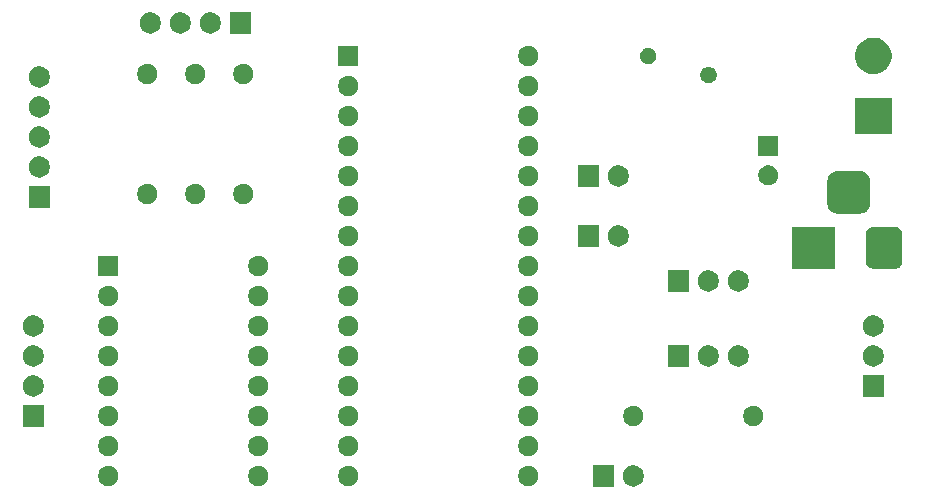
<source format=gbr>
G04 #@! TF.GenerationSoftware,KiCad,Pcbnew,5.1.5+dfsg1-2build2*
G04 #@! TF.CreationDate,2020-11-19T11:24:52+00:00*
G04 #@! TF.ProjectId,PIDController,50494443-6f6e-4747-926f-6c6c65722e6b,rev?*
G04 #@! TF.SameCoordinates,Original*
G04 #@! TF.FileFunction,Soldermask,Bot*
G04 #@! TF.FilePolarity,Negative*
%FSLAX46Y46*%
G04 Gerber Fmt 4.6, Leading zero omitted, Abs format (unit mm)*
G04 Created by KiCad (PCBNEW 5.1.5+dfsg1-2build2) date 2020-11-19 11:24:52*
%MOMM*%
%LPD*%
G04 APERTURE LIST*
%ADD10C,0.100000*%
G04 APERTURE END LIST*
D10*
G36*
X128383512Y-127373927D02*
G01*
X128532812Y-127403624D01*
X128696784Y-127471544D01*
X128844354Y-127570147D01*
X128969853Y-127695646D01*
X129068456Y-127843216D01*
X129136376Y-128007188D01*
X129171000Y-128181259D01*
X129171000Y-128358741D01*
X129136376Y-128532812D01*
X129068456Y-128696784D01*
X128969853Y-128844354D01*
X128844354Y-128969853D01*
X128696784Y-129068456D01*
X128532812Y-129136376D01*
X128383512Y-129166073D01*
X128358742Y-129171000D01*
X128181258Y-129171000D01*
X128156488Y-129166073D01*
X128007188Y-129136376D01*
X127843216Y-129068456D01*
X127695646Y-128969853D01*
X127570147Y-128844354D01*
X127471544Y-128696784D01*
X127403624Y-128532812D01*
X127369000Y-128358741D01*
X127369000Y-128181259D01*
X127403624Y-128007188D01*
X127471544Y-127843216D01*
X127570147Y-127695646D01*
X127695646Y-127570147D01*
X127843216Y-127471544D01*
X128007188Y-127403624D01*
X128156488Y-127373927D01*
X128181258Y-127369000D01*
X128358742Y-127369000D01*
X128383512Y-127373927D01*
G37*
G36*
X126631000Y-129171000D02*
G01*
X124829000Y-129171000D01*
X124829000Y-127369000D01*
X126631000Y-127369000D01*
X126631000Y-129171000D01*
G37*
G36*
X119628228Y-127451703D02*
G01*
X119783100Y-127515853D01*
X119922481Y-127608985D01*
X120041015Y-127727519D01*
X120134147Y-127866900D01*
X120198297Y-128021772D01*
X120231000Y-128186184D01*
X120231000Y-128353816D01*
X120198297Y-128518228D01*
X120134147Y-128673100D01*
X120041015Y-128812481D01*
X119922481Y-128931015D01*
X119783100Y-129024147D01*
X119628228Y-129088297D01*
X119463816Y-129121000D01*
X119296184Y-129121000D01*
X119131772Y-129088297D01*
X118976900Y-129024147D01*
X118837519Y-128931015D01*
X118718985Y-128812481D01*
X118625853Y-128673100D01*
X118561703Y-128518228D01*
X118529000Y-128353816D01*
X118529000Y-128186184D01*
X118561703Y-128021772D01*
X118625853Y-127866900D01*
X118718985Y-127727519D01*
X118837519Y-127608985D01*
X118976900Y-127515853D01*
X119131772Y-127451703D01*
X119296184Y-127419000D01*
X119463816Y-127419000D01*
X119628228Y-127451703D01*
G37*
G36*
X104388228Y-127451703D02*
G01*
X104543100Y-127515853D01*
X104682481Y-127608985D01*
X104801015Y-127727519D01*
X104894147Y-127866900D01*
X104958297Y-128021772D01*
X104991000Y-128186184D01*
X104991000Y-128353816D01*
X104958297Y-128518228D01*
X104894147Y-128673100D01*
X104801015Y-128812481D01*
X104682481Y-128931015D01*
X104543100Y-129024147D01*
X104388228Y-129088297D01*
X104223816Y-129121000D01*
X104056184Y-129121000D01*
X103891772Y-129088297D01*
X103736900Y-129024147D01*
X103597519Y-128931015D01*
X103478985Y-128812481D01*
X103385853Y-128673100D01*
X103321703Y-128518228D01*
X103289000Y-128353816D01*
X103289000Y-128186184D01*
X103321703Y-128021772D01*
X103385853Y-127866900D01*
X103478985Y-127727519D01*
X103597519Y-127608985D01*
X103736900Y-127515853D01*
X103891772Y-127451703D01*
X104056184Y-127419000D01*
X104223816Y-127419000D01*
X104388228Y-127451703D01*
G37*
G36*
X96768228Y-127451703D02*
G01*
X96923100Y-127515853D01*
X97062481Y-127608985D01*
X97181015Y-127727519D01*
X97274147Y-127866900D01*
X97338297Y-128021772D01*
X97371000Y-128186184D01*
X97371000Y-128353816D01*
X97338297Y-128518228D01*
X97274147Y-128673100D01*
X97181015Y-128812481D01*
X97062481Y-128931015D01*
X96923100Y-129024147D01*
X96768228Y-129088297D01*
X96603816Y-129121000D01*
X96436184Y-129121000D01*
X96271772Y-129088297D01*
X96116900Y-129024147D01*
X95977519Y-128931015D01*
X95858985Y-128812481D01*
X95765853Y-128673100D01*
X95701703Y-128518228D01*
X95669000Y-128353816D01*
X95669000Y-128186184D01*
X95701703Y-128021772D01*
X95765853Y-127866900D01*
X95858985Y-127727519D01*
X95977519Y-127608985D01*
X96116900Y-127515853D01*
X96271772Y-127451703D01*
X96436184Y-127419000D01*
X96603816Y-127419000D01*
X96768228Y-127451703D01*
G37*
G36*
X84068228Y-127451703D02*
G01*
X84223100Y-127515853D01*
X84362481Y-127608985D01*
X84481015Y-127727519D01*
X84574147Y-127866900D01*
X84638297Y-128021772D01*
X84671000Y-128186184D01*
X84671000Y-128353816D01*
X84638297Y-128518228D01*
X84574147Y-128673100D01*
X84481015Y-128812481D01*
X84362481Y-128931015D01*
X84223100Y-129024147D01*
X84068228Y-129088297D01*
X83903816Y-129121000D01*
X83736184Y-129121000D01*
X83571772Y-129088297D01*
X83416900Y-129024147D01*
X83277519Y-128931015D01*
X83158985Y-128812481D01*
X83065853Y-128673100D01*
X83001703Y-128518228D01*
X82969000Y-128353816D01*
X82969000Y-128186184D01*
X83001703Y-128021772D01*
X83065853Y-127866900D01*
X83158985Y-127727519D01*
X83277519Y-127608985D01*
X83416900Y-127515853D01*
X83571772Y-127451703D01*
X83736184Y-127419000D01*
X83903816Y-127419000D01*
X84068228Y-127451703D01*
G37*
G36*
X104388228Y-124911703D02*
G01*
X104543100Y-124975853D01*
X104682481Y-125068985D01*
X104801015Y-125187519D01*
X104894147Y-125326900D01*
X104958297Y-125481772D01*
X104991000Y-125646184D01*
X104991000Y-125813816D01*
X104958297Y-125978228D01*
X104894147Y-126133100D01*
X104801015Y-126272481D01*
X104682481Y-126391015D01*
X104543100Y-126484147D01*
X104388228Y-126548297D01*
X104223816Y-126581000D01*
X104056184Y-126581000D01*
X103891772Y-126548297D01*
X103736900Y-126484147D01*
X103597519Y-126391015D01*
X103478985Y-126272481D01*
X103385853Y-126133100D01*
X103321703Y-125978228D01*
X103289000Y-125813816D01*
X103289000Y-125646184D01*
X103321703Y-125481772D01*
X103385853Y-125326900D01*
X103478985Y-125187519D01*
X103597519Y-125068985D01*
X103736900Y-124975853D01*
X103891772Y-124911703D01*
X104056184Y-124879000D01*
X104223816Y-124879000D01*
X104388228Y-124911703D01*
G37*
G36*
X96768228Y-124911703D02*
G01*
X96923100Y-124975853D01*
X97062481Y-125068985D01*
X97181015Y-125187519D01*
X97274147Y-125326900D01*
X97338297Y-125481772D01*
X97371000Y-125646184D01*
X97371000Y-125813816D01*
X97338297Y-125978228D01*
X97274147Y-126133100D01*
X97181015Y-126272481D01*
X97062481Y-126391015D01*
X96923100Y-126484147D01*
X96768228Y-126548297D01*
X96603816Y-126581000D01*
X96436184Y-126581000D01*
X96271772Y-126548297D01*
X96116900Y-126484147D01*
X95977519Y-126391015D01*
X95858985Y-126272481D01*
X95765853Y-126133100D01*
X95701703Y-125978228D01*
X95669000Y-125813816D01*
X95669000Y-125646184D01*
X95701703Y-125481772D01*
X95765853Y-125326900D01*
X95858985Y-125187519D01*
X95977519Y-125068985D01*
X96116900Y-124975853D01*
X96271772Y-124911703D01*
X96436184Y-124879000D01*
X96603816Y-124879000D01*
X96768228Y-124911703D01*
G37*
G36*
X119628228Y-124911703D02*
G01*
X119783100Y-124975853D01*
X119922481Y-125068985D01*
X120041015Y-125187519D01*
X120134147Y-125326900D01*
X120198297Y-125481772D01*
X120231000Y-125646184D01*
X120231000Y-125813816D01*
X120198297Y-125978228D01*
X120134147Y-126133100D01*
X120041015Y-126272481D01*
X119922481Y-126391015D01*
X119783100Y-126484147D01*
X119628228Y-126548297D01*
X119463816Y-126581000D01*
X119296184Y-126581000D01*
X119131772Y-126548297D01*
X118976900Y-126484147D01*
X118837519Y-126391015D01*
X118718985Y-126272481D01*
X118625853Y-126133100D01*
X118561703Y-125978228D01*
X118529000Y-125813816D01*
X118529000Y-125646184D01*
X118561703Y-125481772D01*
X118625853Y-125326900D01*
X118718985Y-125187519D01*
X118837519Y-125068985D01*
X118976900Y-124975853D01*
X119131772Y-124911703D01*
X119296184Y-124879000D01*
X119463816Y-124879000D01*
X119628228Y-124911703D01*
G37*
G36*
X84068228Y-124911703D02*
G01*
X84223100Y-124975853D01*
X84362481Y-125068985D01*
X84481015Y-125187519D01*
X84574147Y-125326900D01*
X84638297Y-125481772D01*
X84671000Y-125646184D01*
X84671000Y-125813816D01*
X84638297Y-125978228D01*
X84574147Y-126133100D01*
X84481015Y-126272481D01*
X84362481Y-126391015D01*
X84223100Y-126484147D01*
X84068228Y-126548297D01*
X83903816Y-126581000D01*
X83736184Y-126581000D01*
X83571772Y-126548297D01*
X83416900Y-126484147D01*
X83277519Y-126391015D01*
X83158985Y-126272481D01*
X83065853Y-126133100D01*
X83001703Y-125978228D01*
X82969000Y-125813816D01*
X82969000Y-125646184D01*
X83001703Y-125481772D01*
X83065853Y-125326900D01*
X83158985Y-125187519D01*
X83277519Y-125068985D01*
X83416900Y-124975853D01*
X83571772Y-124911703D01*
X83736184Y-124879000D01*
X83903816Y-124879000D01*
X84068228Y-124911703D01*
G37*
G36*
X78371000Y-124091000D02*
G01*
X76569000Y-124091000D01*
X76569000Y-122289000D01*
X78371000Y-122289000D01*
X78371000Y-124091000D01*
G37*
G36*
X119628228Y-122371703D02*
G01*
X119783100Y-122435853D01*
X119922481Y-122528985D01*
X120041015Y-122647519D01*
X120134147Y-122786900D01*
X120198297Y-122941772D01*
X120231000Y-123106184D01*
X120231000Y-123273816D01*
X120198297Y-123438228D01*
X120134147Y-123593100D01*
X120041015Y-123732481D01*
X119922481Y-123851015D01*
X119783100Y-123944147D01*
X119628228Y-124008297D01*
X119463816Y-124041000D01*
X119296184Y-124041000D01*
X119131772Y-124008297D01*
X118976900Y-123944147D01*
X118837519Y-123851015D01*
X118718985Y-123732481D01*
X118625853Y-123593100D01*
X118561703Y-123438228D01*
X118529000Y-123273816D01*
X118529000Y-123106184D01*
X118561703Y-122941772D01*
X118625853Y-122786900D01*
X118718985Y-122647519D01*
X118837519Y-122528985D01*
X118976900Y-122435853D01*
X119131772Y-122371703D01*
X119296184Y-122339000D01*
X119463816Y-122339000D01*
X119628228Y-122371703D01*
G37*
G36*
X128518228Y-122371703D02*
G01*
X128673100Y-122435853D01*
X128812481Y-122528985D01*
X128931015Y-122647519D01*
X129024147Y-122786900D01*
X129088297Y-122941772D01*
X129121000Y-123106184D01*
X129121000Y-123273816D01*
X129088297Y-123438228D01*
X129024147Y-123593100D01*
X128931015Y-123732481D01*
X128812481Y-123851015D01*
X128673100Y-123944147D01*
X128518228Y-124008297D01*
X128353816Y-124041000D01*
X128186184Y-124041000D01*
X128021772Y-124008297D01*
X127866900Y-123944147D01*
X127727519Y-123851015D01*
X127608985Y-123732481D01*
X127515853Y-123593100D01*
X127451703Y-123438228D01*
X127419000Y-123273816D01*
X127419000Y-123106184D01*
X127451703Y-122941772D01*
X127515853Y-122786900D01*
X127608985Y-122647519D01*
X127727519Y-122528985D01*
X127866900Y-122435853D01*
X128021772Y-122371703D01*
X128186184Y-122339000D01*
X128353816Y-122339000D01*
X128518228Y-122371703D01*
G37*
G36*
X138678228Y-122371703D02*
G01*
X138833100Y-122435853D01*
X138972481Y-122528985D01*
X139091015Y-122647519D01*
X139184147Y-122786900D01*
X139248297Y-122941772D01*
X139281000Y-123106184D01*
X139281000Y-123273816D01*
X139248297Y-123438228D01*
X139184147Y-123593100D01*
X139091015Y-123732481D01*
X138972481Y-123851015D01*
X138833100Y-123944147D01*
X138678228Y-124008297D01*
X138513816Y-124041000D01*
X138346184Y-124041000D01*
X138181772Y-124008297D01*
X138026900Y-123944147D01*
X137887519Y-123851015D01*
X137768985Y-123732481D01*
X137675853Y-123593100D01*
X137611703Y-123438228D01*
X137579000Y-123273816D01*
X137579000Y-123106184D01*
X137611703Y-122941772D01*
X137675853Y-122786900D01*
X137768985Y-122647519D01*
X137887519Y-122528985D01*
X138026900Y-122435853D01*
X138181772Y-122371703D01*
X138346184Y-122339000D01*
X138513816Y-122339000D01*
X138678228Y-122371703D01*
G37*
G36*
X96768228Y-122371703D02*
G01*
X96923100Y-122435853D01*
X97062481Y-122528985D01*
X97181015Y-122647519D01*
X97274147Y-122786900D01*
X97338297Y-122941772D01*
X97371000Y-123106184D01*
X97371000Y-123273816D01*
X97338297Y-123438228D01*
X97274147Y-123593100D01*
X97181015Y-123732481D01*
X97062481Y-123851015D01*
X96923100Y-123944147D01*
X96768228Y-124008297D01*
X96603816Y-124041000D01*
X96436184Y-124041000D01*
X96271772Y-124008297D01*
X96116900Y-123944147D01*
X95977519Y-123851015D01*
X95858985Y-123732481D01*
X95765853Y-123593100D01*
X95701703Y-123438228D01*
X95669000Y-123273816D01*
X95669000Y-123106184D01*
X95701703Y-122941772D01*
X95765853Y-122786900D01*
X95858985Y-122647519D01*
X95977519Y-122528985D01*
X96116900Y-122435853D01*
X96271772Y-122371703D01*
X96436184Y-122339000D01*
X96603816Y-122339000D01*
X96768228Y-122371703D01*
G37*
G36*
X104388228Y-122371703D02*
G01*
X104543100Y-122435853D01*
X104682481Y-122528985D01*
X104801015Y-122647519D01*
X104894147Y-122786900D01*
X104958297Y-122941772D01*
X104991000Y-123106184D01*
X104991000Y-123273816D01*
X104958297Y-123438228D01*
X104894147Y-123593100D01*
X104801015Y-123732481D01*
X104682481Y-123851015D01*
X104543100Y-123944147D01*
X104388228Y-124008297D01*
X104223816Y-124041000D01*
X104056184Y-124041000D01*
X103891772Y-124008297D01*
X103736900Y-123944147D01*
X103597519Y-123851015D01*
X103478985Y-123732481D01*
X103385853Y-123593100D01*
X103321703Y-123438228D01*
X103289000Y-123273816D01*
X103289000Y-123106184D01*
X103321703Y-122941772D01*
X103385853Y-122786900D01*
X103478985Y-122647519D01*
X103597519Y-122528985D01*
X103736900Y-122435853D01*
X103891772Y-122371703D01*
X104056184Y-122339000D01*
X104223816Y-122339000D01*
X104388228Y-122371703D01*
G37*
G36*
X84068228Y-122371703D02*
G01*
X84223100Y-122435853D01*
X84362481Y-122528985D01*
X84481015Y-122647519D01*
X84574147Y-122786900D01*
X84638297Y-122941772D01*
X84671000Y-123106184D01*
X84671000Y-123273816D01*
X84638297Y-123438228D01*
X84574147Y-123593100D01*
X84481015Y-123732481D01*
X84362481Y-123851015D01*
X84223100Y-123944147D01*
X84068228Y-124008297D01*
X83903816Y-124041000D01*
X83736184Y-124041000D01*
X83571772Y-124008297D01*
X83416900Y-123944147D01*
X83277519Y-123851015D01*
X83158985Y-123732481D01*
X83065853Y-123593100D01*
X83001703Y-123438228D01*
X82969000Y-123273816D01*
X82969000Y-123106184D01*
X83001703Y-122941772D01*
X83065853Y-122786900D01*
X83158985Y-122647519D01*
X83277519Y-122528985D01*
X83416900Y-122435853D01*
X83571772Y-122371703D01*
X83736184Y-122339000D01*
X83903816Y-122339000D01*
X84068228Y-122371703D01*
G37*
G36*
X77583512Y-119753927D02*
G01*
X77732812Y-119783624D01*
X77896784Y-119851544D01*
X78044354Y-119950147D01*
X78169853Y-120075646D01*
X78268456Y-120223216D01*
X78336376Y-120387188D01*
X78371000Y-120561259D01*
X78371000Y-120738741D01*
X78336376Y-120912812D01*
X78268456Y-121076784D01*
X78169853Y-121224354D01*
X78044354Y-121349853D01*
X77896784Y-121448456D01*
X77732812Y-121516376D01*
X77583512Y-121546073D01*
X77558742Y-121551000D01*
X77381258Y-121551000D01*
X77356488Y-121546073D01*
X77207188Y-121516376D01*
X77043216Y-121448456D01*
X76895646Y-121349853D01*
X76770147Y-121224354D01*
X76671544Y-121076784D01*
X76603624Y-120912812D01*
X76569000Y-120738741D01*
X76569000Y-120561259D01*
X76603624Y-120387188D01*
X76671544Y-120223216D01*
X76770147Y-120075646D01*
X76895646Y-119950147D01*
X77043216Y-119851544D01*
X77207188Y-119783624D01*
X77356488Y-119753927D01*
X77381258Y-119749000D01*
X77558742Y-119749000D01*
X77583512Y-119753927D01*
G37*
G36*
X149491000Y-121551000D02*
G01*
X147689000Y-121551000D01*
X147689000Y-119749000D01*
X149491000Y-119749000D01*
X149491000Y-121551000D01*
G37*
G36*
X104388228Y-119831703D02*
G01*
X104543100Y-119895853D01*
X104682481Y-119988985D01*
X104801015Y-120107519D01*
X104894147Y-120246900D01*
X104958297Y-120401772D01*
X104991000Y-120566184D01*
X104991000Y-120733816D01*
X104958297Y-120898228D01*
X104894147Y-121053100D01*
X104801015Y-121192481D01*
X104682481Y-121311015D01*
X104543100Y-121404147D01*
X104388228Y-121468297D01*
X104223816Y-121501000D01*
X104056184Y-121501000D01*
X103891772Y-121468297D01*
X103736900Y-121404147D01*
X103597519Y-121311015D01*
X103478985Y-121192481D01*
X103385853Y-121053100D01*
X103321703Y-120898228D01*
X103289000Y-120733816D01*
X103289000Y-120566184D01*
X103321703Y-120401772D01*
X103385853Y-120246900D01*
X103478985Y-120107519D01*
X103597519Y-119988985D01*
X103736900Y-119895853D01*
X103891772Y-119831703D01*
X104056184Y-119799000D01*
X104223816Y-119799000D01*
X104388228Y-119831703D01*
G37*
G36*
X119628228Y-119831703D02*
G01*
X119783100Y-119895853D01*
X119922481Y-119988985D01*
X120041015Y-120107519D01*
X120134147Y-120246900D01*
X120198297Y-120401772D01*
X120231000Y-120566184D01*
X120231000Y-120733816D01*
X120198297Y-120898228D01*
X120134147Y-121053100D01*
X120041015Y-121192481D01*
X119922481Y-121311015D01*
X119783100Y-121404147D01*
X119628228Y-121468297D01*
X119463816Y-121501000D01*
X119296184Y-121501000D01*
X119131772Y-121468297D01*
X118976900Y-121404147D01*
X118837519Y-121311015D01*
X118718985Y-121192481D01*
X118625853Y-121053100D01*
X118561703Y-120898228D01*
X118529000Y-120733816D01*
X118529000Y-120566184D01*
X118561703Y-120401772D01*
X118625853Y-120246900D01*
X118718985Y-120107519D01*
X118837519Y-119988985D01*
X118976900Y-119895853D01*
X119131772Y-119831703D01*
X119296184Y-119799000D01*
X119463816Y-119799000D01*
X119628228Y-119831703D01*
G37*
G36*
X84068228Y-119831703D02*
G01*
X84223100Y-119895853D01*
X84362481Y-119988985D01*
X84481015Y-120107519D01*
X84574147Y-120246900D01*
X84638297Y-120401772D01*
X84671000Y-120566184D01*
X84671000Y-120733816D01*
X84638297Y-120898228D01*
X84574147Y-121053100D01*
X84481015Y-121192481D01*
X84362481Y-121311015D01*
X84223100Y-121404147D01*
X84068228Y-121468297D01*
X83903816Y-121501000D01*
X83736184Y-121501000D01*
X83571772Y-121468297D01*
X83416900Y-121404147D01*
X83277519Y-121311015D01*
X83158985Y-121192481D01*
X83065853Y-121053100D01*
X83001703Y-120898228D01*
X82969000Y-120733816D01*
X82969000Y-120566184D01*
X83001703Y-120401772D01*
X83065853Y-120246900D01*
X83158985Y-120107519D01*
X83277519Y-119988985D01*
X83416900Y-119895853D01*
X83571772Y-119831703D01*
X83736184Y-119799000D01*
X83903816Y-119799000D01*
X84068228Y-119831703D01*
G37*
G36*
X96768228Y-119831703D02*
G01*
X96923100Y-119895853D01*
X97062481Y-119988985D01*
X97181015Y-120107519D01*
X97274147Y-120246900D01*
X97338297Y-120401772D01*
X97371000Y-120566184D01*
X97371000Y-120733816D01*
X97338297Y-120898228D01*
X97274147Y-121053100D01*
X97181015Y-121192481D01*
X97062481Y-121311015D01*
X96923100Y-121404147D01*
X96768228Y-121468297D01*
X96603816Y-121501000D01*
X96436184Y-121501000D01*
X96271772Y-121468297D01*
X96116900Y-121404147D01*
X95977519Y-121311015D01*
X95858985Y-121192481D01*
X95765853Y-121053100D01*
X95701703Y-120898228D01*
X95669000Y-120733816D01*
X95669000Y-120566184D01*
X95701703Y-120401772D01*
X95765853Y-120246900D01*
X95858985Y-120107519D01*
X95977519Y-119988985D01*
X96116900Y-119895853D01*
X96271772Y-119831703D01*
X96436184Y-119799000D01*
X96603816Y-119799000D01*
X96768228Y-119831703D01*
G37*
G36*
X137273512Y-117213927D02*
G01*
X137422812Y-117243624D01*
X137586784Y-117311544D01*
X137734354Y-117410147D01*
X137859853Y-117535646D01*
X137958456Y-117683216D01*
X138026376Y-117847188D01*
X138061000Y-118021259D01*
X138061000Y-118198741D01*
X138026376Y-118372812D01*
X137958456Y-118536784D01*
X137859853Y-118684354D01*
X137734354Y-118809853D01*
X137586784Y-118908456D01*
X137422812Y-118976376D01*
X137273512Y-119006073D01*
X137248742Y-119011000D01*
X137071258Y-119011000D01*
X137046488Y-119006073D01*
X136897188Y-118976376D01*
X136733216Y-118908456D01*
X136585646Y-118809853D01*
X136460147Y-118684354D01*
X136361544Y-118536784D01*
X136293624Y-118372812D01*
X136259000Y-118198741D01*
X136259000Y-118021259D01*
X136293624Y-117847188D01*
X136361544Y-117683216D01*
X136460147Y-117535646D01*
X136585646Y-117410147D01*
X136733216Y-117311544D01*
X136897188Y-117243624D01*
X137046488Y-117213927D01*
X137071258Y-117209000D01*
X137248742Y-117209000D01*
X137273512Y-117213927D01*
G37*
G36*
X77583512Y-117213927D02*
G01*
X77732812Y-117243624D01*
X77896784Y-117311544D01*
X78044354Y-117410147D01*
X78169853Y-117535646D01*
X78268456Y-117683216D01*
X78336376Y-117847188D01*
X78371000Y-118021259D01*
X78371000Y-118198741D01*
X78336376Y-118372812D01*
X78268456Y-118536784D01*
X78169853Y-118684354D01*
X78044354Y-118809853D01*
X77896784Y-118908456D01*
X77732812Y-118976376D01*
X77583512Y-119006073D01*
X77558742Y-119011000D01*
X77381258Y-119011000D01*
X77356488Y-119006073D01*
X77207188Y-118976376D01*
X77043216Y-118908456D01*
X76895646Y-118809853D01*
X76770147Y-118684354D01*
X76671544Y-118536784D01*
X76603624Y-118372812D01*
X76569000Y-118198741D01*
X76569000Y-118021259D01*
X76603624Y-117847188D01*
X76671544Y-117683216D01*
X76770147Y-117535646D01*
X76895646Y-117410147D01*
X77043216Y-117311544D01*
X77207188Y-117243624D01*
X77356488Y-117213927D01*
X77381258Y-117209000D01*
X77558742Y-117209000D01*
X77583512Y-117213927D01*
G37*
G36*
X134733512Y-117213927D02*
G01*
X134882812Y-117243624D01*
X135046784Y-117311544D01*
X135194354Y-117410147D01*
X135319853Y-117535646D01*
X135418456Y-117683216D01*
X135486376Y-117847188D01*
X135521000Y-118021259D01*
X135521000Y-118198741D01*
X135486376Y-118372812D01*
X135418456Y-118536784D01*
X135319853Y-118684354D01*
X135194354Y-118809853D01*
X135046784Y-118908456D01*
X134882812Y-118976376D01*
X134733512Y-119006073D01*
X134708742Y-119011000D01*
X134531258Y-119011000D01*
X134506488Y-119006073D01*
X134357188Y-118976376D01*
X134193216Y-118908456D01*
X134045646Y-118809853D01*
X133920147Y-118684354D01*
X133821544Y-118536784D01*
X133753624Y-118372812D01*
X133719000Y-118198741D01*
X133719000Y-118021259D01*
X133753624Y-117847188D01*
X133821544Y-117683216D01*
X133920147Y-117535646D01*
X134045646Y-117410147D01*
X134193216Y-117311544D01*
X134357188Y-117243624D01*
X134506488Y-117213927D01*
X134531258Y-117209000D01*
X134708742Y-117209000D01*
X134733512Y-117213927D01*
G37*
G36*
X148703512Y-117213927D02*
G01*
X148852812Y-117243624D01*
X149016784Y-117311544D01*
X149164354Y-117410147D01*
X149289853Y-117535646D01*
X149388456Y-117683216D01*
X149456376Y-117847188D01*
X149491000Y-118021259D01*
X149491000Y-118198741D01*
X149456376Y-118372812D01*
X149388456Y-118536784D01*
X149289853Y-118684354D01*
X149164354Y-118809853D01*
X149016784Y-118908456D01*
X148852812Y-118976376D01*
X148703512Y-119006073D01*
X148678742Y-119011000D01*
X148501258Y-119011000D01*
X148476488Y-119006073D01*
X148327188Y-118976376D01*
X148163216Y-118908456D01*
X148015646Y-118809853D01*
X147890147Y-118684354D01*
X147791544Y-118536784D01*
X147723624Y-118372812D01*
X147689000Y-118198741D01*
X147689000Y-118021259D01*
X147723624Y-117847188D01*
X147791544Y-117683216D01*
X147890147Y-117535646D01*
X148015646Y-117410147D01*
X148163216Y-117311544D01*
X148327188Y-117243624D01*
X148476488Y-117213927D01*
X148501258Y-117209000D01*
X148678742Y-117209000D01*
X148703512Y-117213927D01*
G37*
G36*
X132981000Y-119011000D02*
G01*
X131179000Y-119011000D01*
X131179000Y-117209000D01*
X132981000Y-117209000D01*
X132981000Y-119011000D01*
G37*
G36*
X104388228Y-117291703D02*
G01*
X104543100Y-117355853D01*
X104682481Y-117448985D01*
X104801015Y-117567519D01*
X104894147Y-117706900D01*
X104958297Y-117861772D01*
X104991000Y-118026184D01*
X104991000Y-118193816D01*
X104958297Y-118358228D01*
X104894147Y-118513100D01*
X104801015Y-118652481D01*
X104682481Y-118771015D01*
X104543100Y-118864147D01*
X104388228Y-118928297D01*
X104223816Y-118961000D01*
X104056184Y-118961000D01*
X103891772Y-118928297D01*
X103736900Y-118864147D01*
X103597519Y-118771015D01*
X103478985Y-118652481D01*
X103385853Y-118513100D01*
X103321703Y-118358228D01*
X103289000Y-118193816D01*
X103289000Y-118026184D01*
X103321703Y-117861772D01*
X103385853Y-117706900D01*
X103478985Y-117567519D01*
X103597519Y-117448985D01*
X103736900Y-117355853D01*
X103891772Y-117291703D01*
X104056184Y-117259000D01*
X104223816Y-117259000D01*
X104388228Y-117291703D01*
G37*
G36*
X119628228Y-117291703D02*
G01*
X119783100Y-117355853D01*
X119922481Y-117448985D01*
X120041015Y-117567519D01*
X120134147Y-117706900D01*
X120198297Y-117861772D01*
X120231000Y-118026184D01*
X120231000Y-118193816D01*
X120198297Y-118358228D01*
X120134147Y-118513100D01*
X120041015Y-118652481D01*
X119922481Y-118771015D01*
X119783100Y-118864147D01*
X119628228Y-118928297D01*
X119463816Y-118961000D01*
X119296184Y-118961000D01*
X119131772Y-118928297D01*
X118976900Y-118864147D01*
X118837519Y-118771015D01*
X118718985Y-118652481D01*
X118625853Y-118513100D01*
X118561703Y-118358228D01*
X118529000Y-118193816D01*
X118529000Y-118026184D01*
X118561703Y-117861772D01*
X118625853Y-117706900D01*
X118718985Y-117567519D01*
X118837519Y-117448985D01*
X118976900Y-117355853D01*
X119131772Y-117291703D01*
X119296184Y-117259000D01*
X119463816Y-117259000D01*
X119628228Y-117291703D01*
G37*
G36*
X96768228Y-117291703D02*
G01*
X96923100Y-117355853D01*
X97062481Y-117448985D01*
X97181015Y-117567519D01*
X97274147Y-117706900D01*
X97338297Y-117861772D01*
X97371000Y-118026184D01*
X97371000Y-118193816D01*
X97338297Y-118358228D01*
X97274147Y-118513100D01*
X97181015Y-118652481D01*
X97062481Y-118771015D01*
X96923100Y-118864147D01*
X96768228Y-118928297D01*
X96603816Y-118961000D01*
X96436184Y-118961000D01*
X96271772Y-118928297D01*
X96116900Y-118864147D01*
X95977519Y-118771015D01*
X95858985Y-118652481D01*
X95765853Y-118513100D01*
X95701703Y-118358228D01*
X95669000Y-118193816D01*
X95669000Y-118026184D01*
X95701703Y-117861772D01*
X95765853Y-117706900D01*
X95858985Y-117567519D01*
X95977519Y-117448985D01*
X96116900Y-117355853D01*
X96271772Y-117291703D01*
X96436184Y-117259000D01*
X96603816Y-117259000D01*
X96768228Y-117291703D01*
G37*
G36*
X84068228Y-117291703D02*
G01*
X84223100Y-117355853D01*
X84362481Y-117448985D01*
X84481015Y-117567519D01*
X84574147Y-117706900D01*
X84638297Y-117861772D01*
X84671000Y-118026184D01*
X84671000Y-118193816D01*
X84638297Y-118358228D01*
X84574147Y-118513100D01*
X84481015Y-118652481D01*
X84362481Y-118771015D01*
X84223100Y-118864147D01*
X84068228Y-118928297D01*
X83903816Y-118961000D01*
X83736184Y-118961000D01*
X83571772Y-118928297D01*
X83416900Y-118864147D01*
X83277519Y-118771015D01*
X83158985Y-118652481D01*
X83065853Y-118513100D01*
X83001703Y-118358228D01*
X82969000Y-118193816D01*
X82969000Y-118026184D01*
X83001703Y-117861772D01*
X83065853Y-117706900D01*
X83158985Y-117567519D01*
X83277519Y-117448985D01*
X83416900Y-117355853D01*
X83571772Y-117291703D01*
X83736184Y-117259000D01*
X83903816Y-117259000D01*
X84068228Y-117291703D01*
G37*
G36*
X77583512Y-114673927D02*
G01*
X77732812Y-114703624D01*
X77896784Y-114771544D01*
X78044354Y-114870147D01*
X78169853Y-114995646D01*
X78268456Y-115143216D01*
X78336376Y-115307188D01*
X78371000Y-115481259D01*
X78371000Y-115658741D01*
X78336376Y-115832812D01*
X78268456Y-115996784D01*
X78169853Y-116144354D01*
X78044354Y-116269853D01*
X77896784Y-116368456D01*
X77732812Y-116436376D01*
X77583512Y-116466073D01*
X77558742Y-116471000D01*
X77381258Y-116471000D01*
X77356488Y-116466073D01*
X77207188Y-116436376D01*
X77043216Y-116368456D01*
X76895646Y-116269853D01*
X76770147Y-116144354D01*
X76671544Y-115996784D01*
X76603624Y-115832812D01*
X76569000Y-115658741D01*
X76569000Y-115481259D01*
X76603624Y-115307188D01*
X76671544Y-115143216D01*
X76770147Y-114995646D01*
X76895646Y-114870147D01*
X77043216Y-114771544D01*
X77207188Y-114703624D01*
X77356488Y-114673927D01*
X77381258Y-114669000D01*
X77558742Y-114669000D01*
X77583512Y-114673927D01*
G37*
G36*
X148703512Y-114673927D02*
G01*
X148852812Y-114703624D01*
X149016784Y-114771544D01*
X149164354Y-114870147D01*
X149289853Y-114995646D01*
X149388456Y-115143216D01*
X149456376Y-115307188D01*
X149491000Y-115481259D01*
X149491000Y-115658741D01*
X149456376Y-115832812D01*
X149388456Y-115996784D01*
X149289853Y-116144354D01*
X149164354Y-116269853D01*
X149016784Y-116368456D01*
X148852812Y-116436376D01*
X148703512Y-116466073D01*
X148678742Y-116471000D01*
X148501258Y-116471000D01*
X148476488Y-116466073D01*
X148327188Y-116436376D01*
X148163216Y-116368456D01*
X148015646Y-116269853D01*
X147890147Y-116144354D01*
X147791544Y-115996784D01*
X147723624Y-115832812D01*
X147689000Y-115658741D01*
X147689000Y-115481259D01*
X147723624Y-115307188D01*
X147791544Y-115143216D01*
X147890147Y-114995646D01*
X148015646Y-114870147D01*
X148163216Y-114771544D01*
X148327188Y-114703624D01*
X148476488Y-114673927D01*
X148501258Y-114669000D01*
X148678742Y-114669000D01*
X148703512Y-114673927D01*
G37*
G36*
X119628228Y-114751703D02*
G01*
X119783100Y-114815853D01*
X119922481Y-114908985D01*
X120041015Y-115027519D01*
X120134147Y-115166900D01*
X120198297Y-115321772D01*
X120231000Y-115486184D01*
X120231000Y-115653816D01*
X120198297Y-115818228D01*
X120134147Y-115973100D01*
X120041015Y-116112481D01*
X119922481Y-116231015D01*
X119783100Y-116324147D01*
X119628228Y-116388297D01*
X119463816Y-116421000D01*
X119296184Y-116421000D01*
X119131772Y-116388297D01*
X118976900Y-116324147D01*
X118837519Y-116231015D01*
X118718985Y-116112481D01*
X118625853Y-115973100D01*
X118561703Y-115818228D01*
X118529000Y-115653816D01*
X118529000Y-115486184D01*
X118561703Y-115321772D01*
X118625853Y-115166900D01*
X118718985Y-115027519D01*
X118837519Y-114908985D01*
X118976900Y-114815853D01*
X119131772Y-114751703D01*
X119296184Y-114719000D01*
X119463816Y-114719000D01*
X119628228Y-114751703D01*
G37*
G36*
X104388228Y-114751703D02*
G01*
X104543100Y-114815853D01*
X104682481Y-114908985D01*
X104801015Y-115027519D01*
X104894147Y-115166900D01*
X104958297Y-115321772D01*
X104991000Y-115486184D01*
X104991000Y-115653816D01*
X104958297Y-115818228D01*
X104894147Y-115973100D01*
X104801015Y-116112481D01*
X104682481Y-116231015D01*
X104543100Y-116324147D01*
X104388228Y-116388297D01*
X104223816Y-116421000D01*
X104056184Y-116421000D01*
X103891772Y-116388297D01*
X103736900Y-116324147D01*
X103597519Y-116231015D01*
X103478985Y-116112481D01*
X103385853Y-115973100D01*
X103321703Y-115818228D01*
X103289000Y-115653816D01*
X103289000Y-115486184D01*
X103321703Y-115321772D01*
X103385853Y-115166900D01*
X103478985Y-115027519D01*
X103597519Y-114908985D01*
X103736900Y-114815853D01*
X103891772Y-114751703D01*
X104056184Y-114719000D01*
X104223816Y-114719000D01*
X104388228Y-114751703D01*
G37*
G36*
X84068228Y-114751703D02*
G01*
X84223100Y-114815853D01*
X84362481Y-114908985D01*
X84481015Y-115027519D01*
X84574147Y-115166900D01*
X84638297Y-115321772D01*
X84671000Y-115486184D01*
X84671000Y-115653816D01*
X84638297Y-115818228D01*
X84574147Y-115973100D01*
X84481015Y-116112481D01*
X84362481Y-116231015D01*
X84223100Y-116324147D01*
X84068228Y-116388297D01*
X83903816Y-116421000D01*
X83736184Y-116421000D01*
X83571772Y-116388297D01*
X83416900Y-116324147D01*
X83277519Y-116231015D01*
X83158985Y-116112481D01*
X83065853Y-115973100D01*
X83001703Y-115818228D01*
X82969000Y-115653816D01*
X82969000Y-115486184D01*
X83001703Y-115321772D01*
X83065853Y-115166900D01*
X83158985Y-115027519D01*
X83277519Y-114908985D01*
X83416900Y-114815853D01*
X83571772Y-114751703D01*
X83736184Y-114719000D01*
X83903816Y-114719000D01*
X84068228Y-114751703D01*
G37*
G36*
X96768228Y-114751703D02*
G01*
X96923100Y-114815853D01*
X97062481Y-114908985D01*
X97181015Y-115027519D01*
X97274147Y-115166900D01*
X97338297Y-115321772D01*
X97371000Y-115486184D01*
X97371000Y-115653816D01*
X97338297Y-115818228D01*
X97274147Y-115973100D01*
X97181015Y-116112481D01*
X97062481Y-116231015D01*
X96923100Y-116324147D01*
X96768228Y-116388297D01*
X96603816Y-116421000D01*
X96436184Y-116421000D01*
X96271772Y-116388297D01*
X96116900Y-116324147D01*
X95977519Y-116231015D01*
X95858985Y-116112481D01*
X95765853Y-115973100D01*
X95701703Y-115818228D01*
X95669000Y-115653816D01*
X95669000Y-115486184D01*
X95701703Y-115321772D01*
X95765853Y-115166900D01*
X95858985Y-115027519D01*
X95977519Y-114908985D01*
X96116900Y-114815853D01*
X96271772Y-114751703D01*
X96436184Y-114719000D01*
X96603816Y-114719000D01*
X96768228Y-114751703D01*
G37*
G36*
X119628228Y-112211703D02*
G01*
X119783100Y-112275853D01*
X119922481Y-112368985D01*
X120041015Y-112487519D01*
X120134147Y-112626900D01*
X120198297Y-112781772D01*
X120231000Y-112946184D01*
X120231000Y-113113816D01*
X120198297Y-113278228D01*
X120134147Y-113433100D01*
X120041015Y-113572481D01*
X119922481Y-113691015D01*
X119783100Y-113784147D01*
X119628228Y-113848297D01*
X119463816Y-113881000D01*
X119296184Y-113881000D01*
X119131772Y-113848297D01*
X118976900Y-113784147D01*
X118837519Y-113691015D01*
X118718985Y-113572481D01*
X118625853Y-113433100D01*
X118561703Y-113278228D01*
X118529000Y-113113816D01*
X118529000Y-112946184D01*
X118561703Y-112781772D01*
X118625853Y-112626900D01*
X118718985Y-112487519D01*
X118837519Y-112368985D01*
X118976900Y-112275853D01*
X119131772Y-112211703D01*
X119296184Y-112179000D01*
X119463816Y-112179000D01*
X119628228Y-112211703D01*
G37*
G36*
X84068228Y-112211703D02*
G01*
X84223100Y-112275853D01*
X84362481Y-112368985D01*
X84481015Y-112487519D01*
X84574147Y-112626900D01*
X84638297Y-112781772D01*
X84671000Y-112946184D01*
X84671000Y-113113816D01*
X84638297Y-113278228D01*
X84574147Y-113433100D01*
X84481015Y-113572481D01*
X84362481Y-113691015D01*
X84223100Y-113784147D01*
X84068228Y-113848297D01*
X83903816Y-113881000D01*
X83736184Y-113881000D01*
X83571772Y-113848297D01*
X83416900Y-113784147D01*
X83277519Y-113691015D01*
X83158985Y-113572481D01*
X83065853Y-113433100D01*
X83001703Y-113278228D01*
X82969000Y-113113816D01*
X82969000Y-112946184D01*
X83001703Y-112781772D01*
X83065853Y-112626900D01*
X83158985Y-112487519D01*
X83277519Y-112368985D01*
X83416900Y-112275853D01*
X83571772Y-112211703D01*
X83736184Y-112179000D01*
X83903816Y-112179000D01*
X84068228Y-112211703D01*
G37*
G36*
X104388228Y-112211703D02*
G01*
X104543100Y-112275853D01*
X104682481Y-112368985D01*
X104801015Y-112487519D01*
X104894147Y-112626900D01*
X104958297Y-112781772D01*
X104991000Y-112946184D01*
X104991000Y-113113816D01*
X104958297Y-113278228D01*
X104894147Y-113433100D01*
X104801015Y-113572481D01*
X104682481Y-113691015D01*
X104543100Y-113784147D01*
X104388228Y-113848297D01*
X104223816Y-113881000D01*
X104056184Y-113881000D01*
X103891772Y-113848297D01*
X103736900Y-113784147D01*
X103597519Y-113691015D01*
X103478985Y-113572481D01*
X103385853Y-113433100D01*
X103321703Y-113278228D01*
X103289000Y-113113816D01*
X103289000Y-112946184D01*
X103321703Y-112781772D01*
X103385853Y-112626900D01*
X103478985Y-112487519D01*
X103597519Y-112368985D01*
X103736900Y-112275853D01*
X103891772Y-112211703D01*
X104056184Y-112179000D01*
X104223816Y-112179000D01*
X104388228Y-112211703D01*
G37*
G36*
X96768228Y-112211703D02*
G01*
X96923100Y-112275853D01*
X97062481Y-112368985D01*
X97181015Y-112487519D01*
X97274147Y-112626900D01*
X97338297Y-112781772D01*
X97371000Y-112946184D01*
X97371000Y-113113816D01*
X97338297Y-113278228D01*
X97274147Y-113433100D01*
X97181015Y-113572481D01*
X97062481Y-113691015D01*
X96923100Y-113784147D01*
X96768228Y-113848297D01*
X96603816Y-113881000D01*
X96436184Y-113881000D01*
X96271772Y-113848297D01*
X96116900Y-113784147D01*
X95977519Y-113691015D01*
X95858985Y-113572481D01*
X95765853Y-113433100D01*
X95701703Y-113278228D01*
X95669000Y-113113816D01*
X95669000Y-112946184D01*
X95701703Y-112781772D01*
X95765853Y-112626900D01*
X95858985Y-112487519D01*
X95977519Y-112368985D01*
X96116900Y-112275853D01*
X96271772Y-112211703D01*
X96436184Y-112179000D01*
X96603816Y-112179000D01*
X96768228Y-112211703D01*
G37*
G36*
X137273512Y-110863927D02*
G01*
X137422812Y-110893624D01*
X137586784Y-110961544D01*
X137734354Y-111060147D01*
X137859853Y-111185646D01*
X137958456Y-111333216D01*
X138026376Y-111497188D01*
X138061000Y-111671259D01*
X138061000Y-111848741D01*
X138026376Y-112022812D01*
X137958456Y-112186784D01*
X137859853Y-112334354D01*
X137734354Y-112459853D01*
X137586784Y-112558456D01*
X137422812Y-112626376D01*
X137273512Y-112656073D01*
X137248742Y-112661000D01*
X137071258Y-112661000D01*
X137046488Y-112656073D01*
X136897188Y-112626376D01*
X136733216Y-112558456D01*
X136585646Y-112459853D01*
X136460147Y-112334354D01*
X136361544Y-112186784D01*
X136293624Y-112022812D01*
X136259000Y-111848741D01*
X136259000Y-111671259D01*
X136293624Y-111497188D01*
X136361544Y-111333216D01*
X136460147Y-111185646D01*
X136585646Y-111060147D01*
X136733216Y-110961544D01*
X136897188Y-110893624D01*
X137046488Y-110863927D01*
X137071258Y-110859000D01*
X137248742Y-110859000D01*
X137273512Y-110863927D01*
G37*
G36*
X134733512Y-110863927D02*
G01*
X134882812Y-110893624D01*
X135046784Y-110961544D01*
X135194354Y-111060147D01*
X135319853Y-111185646D01*
X135418456Y-111333216D01*
X135486376Y-111497188D01*
X135521000Y-111671259D01*
X135521000Y-111848741D01*
X135486376Y-112022812D01*
X135418456Y-112186784D01*
X135319853Y-112334354D01*
X135194354Y-112459853D01*
X135046784Y-112558456D01*
X134882812Y-112626376D01*
X134733512Y-112656073D01*
X134708742Y-112661000D01*
X134531258Y-112661000D01*
X134506488Y-112656073D01*
X134357188Y-112626376D01*
X134193216Y-112558456D01*
X134045646Y-112459853D01*
X133920147Y-112334354D01*
X133821544Y-112186784D01*
X133753624Y-112022812D01*
X133719000Y-111848741D01*
X133719000Y-111671259D01*
X133753624Y-111497188D01*
X133821544Y-111333216D01*
X133920147Y-111185646D01*
X134045646Y-111060147D01*
X134193216Y-110961544D01*
X134357188Y-110893624D01*
X134506488Y-110863927D01*
X134531258Y-110859000D01*
X134708742Y-110859000D01*
X134733512Y-110863927D01*
G37*
G36*
X132981000Y-112661000D02*
G01*
X131179000Y-112661000D01*
X131179000Y-110859000D01*
X132981000Y-110859000D01*
X132981000Y-112661000D01*
G37*
G36*
X119628228Y-109671703D02*
G01*
X119783100Y-109735853D01*
X119922481Y-109828985D01*
X120041015Y-109947519D01*
X120134147Y-110086900D01*
X120198297Y-110241772D01*
X120231000Y-110406184D01*
X120231000Y-110573816D01*
X120198297Y-110738228D01*
X120134147Y-110893100D01*
X120041015Y-111032481D01*
X119922481Y-111151015D01*
X119783100Y-111244147D01*
X119628228Y-111308297D01*
X119463816Y-111341000D01*
X119296184Y-111341000D01*
X119131772Y-111308297D01*
X118976900Y-111244147D01*
X118837519Y-111151015D01*
X118718985Y-111032481D01*
X118625853Y-110893100D01*
X118561703Y-110738228D01*
X118529000Y-110573816D01*
X118529000Y-110406184D01*
X118561703Y-110241772D01*
X118625853Y-110086900D01*
X118718985Y-109947519D01*
X118837519Y-109828985D01*
X118976900Y-109735853D01*
X119131772Y-109671703D01*
X119296184Y-109639000D01*
X119463816Y-109639000D01*
X119628228Y-109671703D01*
G37*
G36*
X96768228Y-109671703D02*
G01*
X96923100Y-109735853D01*
X97062481Y-109828985D01*
X97181015Y-109947519D01*
X97274147Y-110086900D01*
X97338297Y-110241772D01*
X97371000Y-110406184D01*
X97371000Y-110573816D01*
X97338297Y-110738228D01*
X97274147Y-110893100D01*
X97181015Y-111032481D01*
X97062481Y-111151015D01*
X96923100Y-111244147D01*
X96768228Y-111308297D01*
X96603816Y-111341000D01*
X96436184Y-111341000D01*
X96271772Y-111308297D01*
X96116900Y-111244147D01*
X95977519Y-111151015D01*
X95858985Y-111032481D01*
X95765853Y-110893100D01*
X95701703Y-110738228D01*
X95669000Y-110573816D01*
X95669000Y-110406184D01*
X95701703Y-110241772D01*
X95765853Y-110086900D01*
X95858985Y-109947519D01*
X95977519Y-109828985D01*
X96116900Y-109735853D01*
X96271772Y-109671703D01*
X96436184Y-109639000D01*
X96603816Y-109639000D01*
X96768228Y-109671703D01*
G37*
G36*
X104388228Y-109671703D02*
G01*
X104543100Y-109735853D01*
X104682481Y-109828985D01*
X104801015Y-109947519D01*
X104894147Y-110086900D01*
X104958297Y-110241772D01*
X104991000Y-110406184D01*
X104991000Y-110573816D01*
X104958297Y-110738228D01*
X104894147Y-110893100D01*
X104801015Y-111032481D01*
X104682481Y-111151015D01*
X104543100Y-111244147D01*
X104388228Y-111308297D01*
X104223816Y-111341000D01*
X104056184Y-111341000D01*
X103891772Y-111308297D01*
X103736900Y-111244147D01*
X103597519Y-111151015D01*
X103478985Y-111032481D01*
X103385853Y-110893100D01*
X103321703Y-110738228D01*
X103289000Y-110573816D01*
X103289000Y-110406184D01*
X103321703Y-110241772D01*
X103385853Y-110086900D01*
X103478985Y-109947519D01*
X103597519Y-109828985D01*
X103736900Y-109735853D01*
X103891772Y-109671703D01*
X104056184Y-109639000D01*
X104223816Y-109639000D01*
X104388228Y-109671703D01*
G37*
G36*
X84671000Y-111341000D02*
G01*
X82969000Y-111341000D01*
X82969000Y-109639000D01*
X84671000Y-109639000D01*
X84671000Y-111341000D01*
G37*
G36*
X145311000Y-110767000D02*
G01*
X141709000Y-110767000D01*
X141709000Y-107165000D01*
X145311000Y-107165000D01*
X145311000Y-110767000D01*
G37*
G36*
X150486979Y-107179293D02*
G01*
X150620625Y-107219834D01*
X150743784Y-107285664D01*
X150851740Y-107374260D01*
X150940336Y-107482216D01*
X151006166Y-107605375D01*
X151046707Y-107739021D01*
X151061000Y-107884140D01*
X151061000Y-110047860D01*
X151046707Y-110192979D01*
X151006166Y-110326625D01*
X150940336Y-110449784D01*
X150851740Y-110557740D01*
X150743784Y-110646336D01*
X150620625Y-110712166D01*
X150486979Y-110752707D01*
X150341860Y-110767000D01*
X148678140Y-110767000D01*
X148533021Y-110752707D01*
X148399375Y-110712166D01*
X148276216Y-110646336D01*
X148168260Y-110557740D01*
X148079664Y-110449784D01*
X148013834Y-110326625D01*
X147973293Y-110192979D01*
X147959000Y-110047860D01*
X147959000Y-107884140D01*
X147973293Y-107739021D01*
X148013834Y-107605375D01*
X148079664Y-107482216D01*
X148168260Y-107374260D01*
X148276216Y-107285664D01*
X148399375Y-107219834D01*
X148533021Y-107179293D01*
X148678140Y-107165000D01*
X150341860Y-107165000D01*
X150486979Y-107179293D01*
G37*
G36*
X125361000Y-108851000D02*
G01*
X123559000Y-108851000D01*
X123559000Y-107049000D01*
X125361000Y-107049000D01*
X125361000Y-108851000D01*
G37*
G36*
X127113512Y-107053927D02*
G01*
X127262812Y-107083624D01*
X127426784Y-107151544D01*
X127574354Y-107250147D01*
X127699853Y-107375646D01*
X127798456Y-107523216D01*
X127866376Y-107687188D01*
X127901000Y-107861259D01*
X127901000Y-108038741D01*
X127866376Y-108212812D01*
X127798456Y-108376784D01*
X127699853Y-108524354D01*
X127574354Y-108649853D01*
X127426784Y-108748456D01*
X127262812Y-108816376D01*
X127113512Y-108846073D01*
X127088742Y-108851000D01*
X126911258Y-108851000D01*
X126886488Y-108846073D01*
X126737188Y-108816376D01*
X126573216Y-108748456D01*
X126425646Y-108649853D01*
X126300147Y-108524354D01*
X126201544Y-108376784D01*
X126133624Y-108212812D01*
X126099000Y-108038741D01*
X126099000Y-107861259D01*
X126133624Y-107687188D01*
X126201544Y-107523216D01*
X126300147Y-107375646D01*
X126425646Y-107250147D01*
X126573216Y-107151544D01*
X126737188Y-107083624D01*
X126886488Y-107053927D01*
X126911258Y-107049000D01*
X127088742Y-107049000D01*
X127113512Y-107053927D01*
G37*
G36*
X104388228Y-107131703D02*
G01*
X104543100Y-107195853D01*
X104682481Y-107288985D01*
X104801015Y-107407519D01*
X104894147Y-107546900D01*
X104958297Y-107701772D01*
X104991000Y-107866184D01*
X104991000Y-108033816D01*
X104958297Y-108198228D01*
X104894147Y-108353100D01*
X104801015Y-108492481D01*
X104682481Y-108611015D01*
X104543100Y-108704147D01*
X104388228Y-108768297D01*
X104223816Y-108801000D01*
X104056184Y-108801000D01*
X103891772Y-108768297D01*
X103736900Y-108704147D01*
X103597519Y-108611015D01*
X103478985Y-108492481D01*
X103385853Y-108353100D01*
X103321703Y-108198228D01*
X103289000Y-108033816D01*
X103289000Y-107866184D01*
X103321703Y-107701772D01*
X103385853Y-107546900D01*
X103478985Y-107407519D01*
X103597519Y-107288985D01*
X103736900Y-107195853D01*
X103891772Y-107131703D01*
X104056184Y-107099000D01*
X104223816Y-107099000D01*
X104388228Y-107131703D01*
G37*
G36*
X119628228Y-107131703D02*
G01*
X119783100Y-107195853D01*
X119922481Y-107288985D01*
X120041015Y-107407519D01*
X120134147Y-107546900D01*
X120198297Y-107701772D01*
X120231000Y-107866184D01*
X120231000Y-108033816D01*
X120198297Y-108198228D01*
X120134147Y-108353100D01*
X120041015Y-108492481D01*
X119922481Y-108611015D01*
X119783100Y-108704147D01*
X119628228Y-108768297D01*
X119463816Y-108801000D01*
X119296184Y-108801000D01*
X119131772Y-108768297D01*
X118976900Y-108704147D01*
X118837519Y-108611015D01*
X118718985Y-108492481D01*
X118625853Y-108353100D01*
X118561703Y-108198228D01*
X118529000Y-108033816D01*
X118529000Y-107866184D01*
X118561703Y-107701772D01*
X118625853Y-107546900D01*
X118718985Y-107407519D01*
X118837519Y-107288985D01*
X118976900Y-107195853D01*
X119131772Y-107131703D01*
X119296184Y-107099000D01*
X119463816Y-107099000D01*
X119628228Y-107131703D01*
G37*
G36*
X104388228Y-104591703D02*
G01*
X104543100Y-104655853D01*
X104682481Y-104748985D01*
X104801015Y-104867519D01*
X104894147Y-105006900D01*
X104958297Y-105161772D01*
X104991000Y-105326184D01*
X104991000Y-105493816D01*
X104958297Y-105658228D01*
X104894147Y-105813100D01*
X104801015Y-105952481D01*
X104682481Y-106071015D01*
X104543100Y-106164147D01*
X104388228Y-106228297D01*
X104223816Y-106261000D01*
X104056184Y-106261000D01*
X103891772Y-106228297D01*
X103736900Y-106164147D01*
X103597519Y-106071015D01*
X103478985Y-105952481D01*
X103385853Y-105813100D01*
X103321703Y-105658228D01*
X103289000Y-105493816D01*
X103289000Y-105326184D01*
X103321703Y-105161772D01*
X103385853Y-105006900D01*
X103478985Y-104867519D01*
X103597519Y-104748985D01*
X103736900Y-104655853D01*
X103891772Y-104591703D01*
X104056184Y-104559000D01*
X104223816Y-104559000D01*
X104388228Y-104591703D01*
G37*
G36*
X119628228Y-104591703D02*
G01*
X119783100Y-104655853D01*
X119922481Y-104748985D01*
X120041015Y-104867519D01*
X120134147Y-105006900D01*
X120198297Y-105161772D01*
X120231000Y-105326184D01*
X120231000Y-105493816D01*
X120198297Y-105658228D01*
X120134147Y-105813100D01*
X120041015Y-105952481D01*
X119922481Y-106071015D01*
X119783100Y-106164147D01*
X119628228Y-106228297D01*
X119463816Y-106261000D01*
X119296184Y-106261000D01*
X119131772Y-106228297D01*
X118976900Y-106164147D01*
X118837519Y-106071015D01*
X118718985Y-105952481D01*
X118625853Y-105813100D01*
X118561703Y-105658228D01*
X118529000Y-105493816D01*
X118529000Y-105326184D01*
X118561703Y-105161772D01*
X118625853Y-105006900D01*
X118718985Y-104867519D01*
X118837519Y-104748985D01*
X118976900Y-104655853D01*
X119131772Y-104591703D01*
X119296184Y-104559000D01*
X119463816Y-104559000D01*
X119628228Y-104591703D01*
G37*
G36*
X147636366Y-102481695D02*
G01*
X147793460Y-102529349D01*
X147938231Y-102606731D01*
X148065128Y-102710872D01*
X148169269Y-102837769D01*
X148246651Y-102982540D01*
X148294305Y-103139634D01*
X148311000Y-103309140D01*
X148311000Y-105222860D01*
X148294305Y-105392366D01*
X148246651Y-105549460D01*
X148169269Y-105694231D01*
X148065128Y-105821128D01*
X147938231Y-105925269D01*
X147793460Y-106002651D01*
X147636366Y-106050305D01*
X147466860Y-106067000D01*
X145553140Y-106067000D01*
X145383634Y-106050305D01*
X145226540Y-106002651D01*
X145081769Y-105925269D01*
X144954872Y-105821128D01*
X144850731Y-105694231D01*
X144773349Y-105549460D01*
X144725695Y-105392366D01*
X144709000Y-105222860D01*
X144709000Y-103309140D01*
X144725695Y-103139634D01*
X144773349Y-102982540D01*
X144850731Y-102837769D01*
X144954872Y-102710872D01*
X145081769Y-102606731D01*
X145226540Y-102529349D01*
X145383634Y-102481695D01*
X145553140Y-102465000D01*
X147466860Y-102465000D01*
X147636366Y-102481695D01*
G37*
G36*
X78879000Y-105549000D02*
G01*
X77077000Y-105549000D01*
X77077000Y-103747000D01*
X78879000Y-103747000D01*
X78879000Y-105549000D01*
G37*
G36*
X95498228Y-103575703D02*
G01*
X95653100Y-103639853D01*
X95792481Y-103732985D01*
X95911015Y-103851519D01*
X96004147Y-103990900D01*
X96068297Y-104145772D01*
X96101000Y-104310184D01*
X96101000Y-104477816D01*
X96068297Y-104642228D01*
X96004147Y-104797100D01*
X95911015Y-104936481D01*
X95792481Y-105055015D01*
X95653100Y-105148147D01*
X95498228Y-105212297D01*
X95333816Y-105245000D01*
X95166184Y-105245000D01*
X95001772Y-105212297D01*
X94846900Y-105148147D01*
X94707519Y-105055015D01*
X94588985Y-104936481D01*
X94495853Y-104797100D01*
X94431703Y-104642228D01*
X94399000Y-104477816D01*
X94399000Y-104310184D01*
X94431703Y-104145772D01*
X94495853Y-103990900D01*
X94588985Y-103851519D01*
X94707519Y-103732985D01*
X94846900Y-103639853D01*
X95001772Y-103575703D01*
X95166184Y-103543000D01*
X95333816Y-103543000D01*
X95498228Y-103575703D01*
G37*
G36*
X87370228Y-103575703D02*
G01*
X87525100Y-103639853D01*
X87664481Y-103732985D01*
X87783015Y-103851519D01*
X87876147Y-103990900D01*
X87940297Y-104145772D01*
X87973000Y-104310184D01*
X87973000Y-104477816D01*
X87940297Y-104642228D01*
X87876147Y-104797100D01*
X87783015Y-104936481D01*
X87664481Y-105055015D01*
X87525100Y-105148147D01*
X87370228Y-105212297D01*
X87205816Y-105245000D01*
X87038184Y-105245000D01*
X86873772Y-105212297D01*
X86718900Y-105148147D01*
X86579519Y-105055015D01*
X86460985Y-104936481D01*
X86367853Y-104797100D01*
X86303703Y-104642228D01*
X86271000Y-104477816D01*
X86271000Y-104310184D01*
X86303703Y-104145772D01*
X86367853Y-103990900D01*
X86460985Y-103851519D01*
X86579519Y-103732985D01*
X86718900Y-103639853D01*
X86873772Y-103575703D01*
X87038184Y-103543000D01*
X87205816Y-103543000D01*
X87370228Y-103575703D01*
G37*
G36*
X91434228Y-103575703D02*
G01*
X91589100Y-103639853D01*
X91728481Y-103732985D01*
X91847015Y-103851519D01*
X91940147Y-103990900D01*
X92004297Y-104145772D01*
X92037000Y-104310184D01*
X92037000Y-104477816D01*
X92004297Y-104642228D01*
X91940147Y-104797100D01*
X91847015Y-104936481D01*
X91728481Y-105055015D01*
X91589100Y-105148147D01*
X91434228Y-105212297D01*
X91269816Y-105245000D01*
X91102184Y-105245000D01*
X90937772Y-105212297D01*
X90782900Y-105148147D01*
X90643519Y-105055015D01*
X90524985Y-104936481D01*
X90431853Y-104797100D01*
X90367703Y-104642228D01*
X90335000Y-104477816D01*
X90335000Y-104310184D01*
X90367703Y-104145772D01*
X90431853Y-103990900D01*
X90524985Y-103851519D01*
X90643519Y-103732985D01*
X90782900Y-103639853D01*
X90937772Y-103575703D01*
X91102184Y-103543000D01*
X91269816Y-103543000D01*
X91434228Y-103575703D01*
G37*
G36*
X125361000Y-103771000D02*
G01*
X123559000Y-103771000D01*
X123559000Y-101969000D01*
X125361000Y-101969000D01*
X125361000Y-103771000D01*
G37*
G36*
X127113512Y-101973927D02*
G01*
X127262812Y-102003624D01*
X127426784Y-102071544D01*
X127574354Y-102170147D01*
X127699853Y-102295646D01*
X127798456Y-102443216D01*
X127866376Y-102607188D01*
X127901000Y-102781259D01*
X127901000Y-102958741D01*
X127866376Y-103132812D01*
X127798456Y-103296784D01*
X127699853Y-103444354D01*
X127574354Y-103569853D01*
X127426784Y-103668456D01*
X127262812Y-103736376D01*
X127113512Y-103766073D01*
X127088742Y-103771000D01*
X126911258Y-103771000D01*
X126886488Y-103766073D01*
X126737188Y-103736376D01*
X126573216Y-103668456D01*
X126425646Y-103569853D01*
X126300147Y-103444354D01*
X126201544Y-103296784D01*
X126133624Y-103132812D01*
X126099000Y-102958741D01*
X126099000Y-102781259D01*
X126133624Y-102607188D01*
X126201544Y-102443216D01*
X126300147Y-102295646D01*
X126425646Y-102170147D01*
X126573216Y-102071544D01*
X126737188Y-102003624D01*
X126886488Y-101973927D01*
X126911258Y-101969000D01*
X127088742Y-101969000D01*
X127113512Y-101973927D01*
G37*
G36*
X104388228Y-102051703D02*
G01*
X104543100Y-102115853D01*
X104682481Y-102208985D01*
X104801015Y-102327519D01*
X104894147Y-102466900D01*
X104958297Y-102621772D01*
X104991000Y-102786184D01*
X104991000Y-102953816D01*
X104958297Y-103118228D01*
X104894147Y-103273100D01*
X104801015Y-103412481D01*
X104682481Y-103531015D01*
X104543100Y-103624147D01*
X104388228Y-103688297D01*
X104223816Y-103721000D01*
X104056184Y-103721000D01*
X103891772Y-103688297D01*
X103736900Y-103624147D01*
X103597519Y-103531015D01*
X103478985Y-103412481D01*
X103385853Y-103273100D01*
X103321703Y-103118228D01*
X103289000Y-102953816D01*
X103289000Y-102786184D01*
X103321703Y-102621772D01*
X103385853Y-102466900D01*
X103478985Y-102327519D01*
X103597519Y-102208985D01*
X103736900Y-102115853D01*
X103891772Y-102051703D01*
X104056184Y-102019000D01*
X104223816Y-102019000D01*
X104388228Y-102051703D01*
G37*
G36*
X119628228Y-102051703D02*
G01*
X119783100Y-102115853D01*
X119922481Y-102208985D01*
X120041015Y-102327519D01*
X120134147Y-102466900D01*
X120198297Y-102621772D01*
X120231000Y-102786184D01*
X120231000Y-102953816D01*
X120198297Y-103118228D01*
X120134147Y-103273100D01*
X120041015Y-103412481D01*
X119922481Y-103531015D01*
X119783100Y-103624147D01*
X119628228Y-103688297D01*
X119463816Y-103721000D01*
X119296184Y-103721000D01*
X119131772Y-103688297D01*
X118976900Y-103624147D01*
X118837519Y-103531015D01*
X118718985Y-103412481D01*
X118625853Y-103273100D01*
X118561703Y-103118228D01*
X118529000Y-102953816D01*
X118529000Y-102786184D01*
X118561703Y-102621772D01*
X118625853Y-102466900D01*
X118718985Y-102327519D01*
X118837519Y-102208985D01*
X118976900Y-102115853D01*
X119131772Y-102051703D01*
X119296184Y-102019000D01*
X119463816Y-102019000D01*
X119628228Y-102051703D01*
G37*
G36*
X139948228Y-102011703D02*
G01*
X140103100Y-102075853D01*
X140242481Y-102168985D01*
X140361015Y-102287519D01*
X140454147Y-102426900D01*
X140518297Y-102581772D01*
X140551000Y-102746184D01*
X140551000Y-102913816D01*
X140518297Y-103078228D01*
X140454147Y-103233100D01*
X140361015Y-103372481D01*
X140242481Y-103491015D01*
X140103100Y-103584147D01*
X139948228Y-103648297D01*
X139783816Y-103681000D01*
X139616184Y-103681000D01*
X139451772Y-103648297D01*
X139296900Y-103584147D01*
X139157519Y-103491015D01*
X139038985Y-103372481D01*
X138945853Y-103233100D01*
X138881703Y-103078228D01*
X138849000Y-102913816D01*
X138849000Y-102746184D01*
X138881703Y-102581772D01*
X138945853Y-102426900D01*
X139038985Y-102287519D01*
X139157519Y-102168985D01*
X139296900Y-102075853D01*
X139451772Y-102011703D01*
X139616184Y-101979000D01*
X139783816Y-101979000D01*
X139948228Y-102011703D01*
G37*
G36*
X78091512Y-101211927D02*
G01*
X78240812Y-101241624D01*
X78404784Y-101309544D01*
X78552354Y-101408147D01*
X78677853Y-101533646D01*
X78776456Y-101681216D01*
X78844376Y-101845188D01*
X78869003Y-101969000D01*
X78878949Y-102019000D01*
X78879000Y-102019259D01*
X78879000Y-102196741D01*
X78844376Y-102370812D01*
X78776456Y-102534784D01*
X78677853Y-102682354D01*
X78552354Y-102807853D01*
X78404784Y-102906456D01*
X78240812Y-102974376D01*
X78091512Y-103004073D01*
X78066742Y-103009000D01*
X77889258Y-103009000D01*
X77864488Y-103004073D01*
X77715188Y-102974376D01*
X77551216Y-102906456D01*
X77403646Y-102807853D01*
X77278147Y-102682354D01*
X77179544Y-102534784D01*
X77111624Y-102370812D01*
X77077000Y-102196741D01*
X77077000Y-102019259D01*
X77077052Y-102019000D01*
X77086997Y-101969000D01*
X77111624Y-101845188D01*
X77179544Y-101681216D01*
X77278147Y-101533646D01*
X77403646Y-101408147D01*
X77551216Y-101309544D01*
X77715188Y-101241624D01*
X77864488Y-101211927D01*
X77889258Y-101207000D01*
X78066742Y-101207000D01*
X78091512Y-101211927D01*
G37*
G36*
X119628228Y-99511703D02*
G01*
X119783100Y-99575853D01*
X119922481Y-99668985D01*
X120041015Y-99787519D01*
X120134147Y-99926900D01*
X120198297Y-100081772D01*
X120231000Y-100246184D01*
X120231000Y-100413816D01*
X120198297Y-100578228D01*
X120134147Y-100733100D01*
X120041015Y-100872481D01*
X119922481Y-100991015D01*
X119783100Y-101084147D01*
X119628228Y-101148297D01*
X119463816Y-101181000D01*
X119296184Y-101181000D01*
X119131772Y-101148297D01*
X118976900Y-101084147D01*
X118837519Y-100991015D01*
X118718985Y-100872481D01*
X118625853Y-100733100D01*
X118561703Y-100578228D01*
X118529000Y-100413816D01*
X118529000Y-100246184D01*
X118561703Y-100081772D01*
X118625853Y-99926900D01*
X118718985Y-99787519D01*
X118837519Y-99668985D01*
X118976900Y-99575853D01*
X119131772Y-99511703D01*
X119296184Y-99479000D01*
X119463816Y-99479000D01*
X119628228Y-99511703D01*
G37*
G36*
X140551000Y-101181000D02*
G01*
X138849000Y-101181000D01*
X138849000Y-99479000D01*
X140551000Y-99479000D01*
X140551000Y-101181000D01*
G37*
G36*
X104388228Y-99511703D02*
G01*
X104543100Y-99575853D01*
X104682481Y-99668985D01*
X104801015Y-99787519D01*
X104894147Y-99926900D01*
X104958297Y-100081772D01*
X104991000Y-100246184D01*
X104991000Y-100413816D01*
X104958297Y-100578228D01*
X104894147Y-100733100D01*
X104801015Y-100872481D01*
X104682481Y-100991015D01*
X104543100Y-101084147D01*
X104388228Y-101148297D01*
X104223816Y-101181000D01*
X104056184Y-101181000D01*
X103891772Y-101148297D01*
X103736900Y-101084147D01*
X103597519Y-100991015D01*
X103478985Y-100872481D01*
X103385853Y-100733100D01*
X103321703Y-100578228D01*
X103289000Y-100413816D01*
X103289000Y-100246184D01*
X103321703Y-100081772D01*
X103385853Y-99926900D01*
X103478985Y-99787519D01*
X103597519Y-99668985D01*
X103736900Y-99575853D01*
X103891772Y-99511703D01*
X104056184Y-99479000D01*
X104223816Y-99479000D01*
X104388228Y-99511703D01*
G37*
G36*
X78091512Y-98671927D02*
G01*
X78240812Y-98701624D01*
X78404784Y-98769544D01*
X78552354Y-98868147D01*
X78677853Y-98993646D01*
X78776456Y-99141216D01*
X78844376Y-99305188D01*
X78874073Y-99454488D01*
X78878949Y-99479000D01*
X78879000Y-99479259D01*
X78879000Y-99656741D01*
X78844376Y-99830812D01*
X78776456Y-99994784D01*
X78677853Y-100142354D01*
X78552354Y-100267853D01*
X78404784Y-100366456D01*
X78240812Y-100434376D01*
X78091512Y-100464073D01*
X78066742Y-100469000D01*
X77889258Y-100469000D01*
X77864488Y-100464073D01*
X77715188Y-100434376D01*
X77551216Y-100366456D01*
X77403646Y-100267853D01*
X77278147Y-100142354D01*
X77179544Y-99994784D01*
X77111624Y-99830812D01*
X77077000Y-99656741D01*
X77077000Y-99479259D01*
X77077052Y-99479000D01*
X77081927Y-99454488D01*
X77111624Y-99305188D01*
X77179544Y-99141216D01*
X77278147Y-98993646D01*
X77403646Y-98868147D01*
X77551216Y-98769544D01*
X77715188Y-98701624D01*
X77864488Y-98671927D01*
X77889258Y-98667000D01*
X78066742Y-98667000D01*
X78091512Y-98671927D01*
G37*
G36*
X150141000Y-99341000D02*
G01*
X147039000Y-99341000D01*
X147039000Y-96239000D01*
X150141000Y-96239000D01*
X150141000Y-99341000D01*
G37*
G36*
X119628228Y-96971703D02*
G01*
X119783100Y-97035853D01*
X119922481Y-97128985D01*
X120041015Y-97247519D01*
X120134147Y-97386900D01*
X120198297Y-97541772D01*
X120231000Y-97706184D01*
X120231000Y-97873816D01*
X120198297Y-98038228D01*
X120134147Y-98193100D01*
X120041015Y-98332481D01*
X119922481Y-98451015D01*
X119783100Y-98544147D01*
X119628228Y-98608297D01*
X119463816Y-98641000D01*
X119296184Y-98641000D01*
X119131772Y-98608297D01*
X118976900Y-98544147D01*
X118837519Y-98451015D01*
X118718985Y-98332481D01*
X118625853Y-98193100D01*
X118561703Y-98038228D01*
X118529000Y-97873816D01*
X118529000Y-97706184D01*
X118561703Y-97541772D01*
X118625853Y-97386900D01*
X118718985Y-97247519D01*
X118837519Y-97128985D01*
X118976900Y-97035853D01*
X119131772Y-96971703D01*
X119296184Y-96939000D01*
X119463816Y-96939000D01*
X119628228Y-96971703D01*
G37*
G36*
X104388228Y-96971703D02*
G01*
X104543100Y-97035853D01*
X104682481Y-97128985D01*
X104801015Y-97247519D01*
X104894147Y-97386900D01*
X104958297Y-97541772D01*
X104991000Y-97706184D01*
X104991000Y-97873816D01*
X104958297Y-98038228D01*
X104894147Y-98193100D01*
X104801015Y-98332481D01*
X104682481Y-98451015D01*
X104543100Y-98544147D01*
X104388228Y-98608297D01*
X104223816Y-98641000D01*
X104056184Y-98641000D01*
X103891772Y-98608297D01*
X103736900Y-98544147D01*
X103597519Y-98451015D01*
X103478985Y-98332481D01*
X103385853Y-98193100D01*
X103321703Y-98038228D01*
X103289000Y-97873816D01*
X103289000Y-97706184D01*
X103321703Y-97541772D01*
X103385853Y-97386900D01*
X103478985Y-97247519D01*
X103597519Y-97128985D01*
X103736900Y-97035853D01*
X103891772Y-96971703D01*
X104056184Y-96939000D01*
X104223816Y-96939000D01*
X104388228Y-96971703D01*
G37*
G36*
X78091512Y-96131927D02*
G01*
X78240812Y-96161624D01*
X78404784Y-96229544D01*
X78552354Y-96328147D01*
X78677853Y-96453646D01*
X78776456Y-96601216D01*
X78844376Y-96765188D01*
X78874073Y-96914488D01*
X78878949Y-96939000D01*
X78879000Y-96939259D01*
X78879000Y-97116741D01*
X78844376Y-97290812D01*
X78776456Y-97454784D01*
X78677853Y-97602354D01*
X78552354Y-97727853D01*
X78404784Y-97826456D01*
X78240812Y-97894376D01*
X78091512Y-97924073D01*
X78066742Y-97929000D01*
X77889258Y-97929000D01*
X77864488Y-97924073D01*
X77715188Y-97894376D01*
X77551216Y-97826456D01*
X77403646Y-97727853D01*
X77278147Y-97602354D01*
X77179544Y-97454784D01*
X77111624Y-97290812D01*
X77077000Y-97116741D01*
X77077000Y-96939259D01*
X77077052Y-96939000D01*
X77081927Y-96914488D01*
X77111624Y-96765188D01*
X77179544Y-96601216D01*
X77278147Y-96453646D01*
X77403646Y-96328147D01*
X77551216Y-96229544D01*
X77715188Y-96161624D01*
X77864488Y-96131927D01*
X77889258Y-96127000D01*
X78066742Y-96127000D01*
X78091512Y-96131927D01*
G37*
G36*
X119628228Y-94431703D02*
G01*
X119783100Y-94495853D01*
X119922481Y-94588985D01*
X120041015Y-94707519D01*
X120134147Y-94846900D01*
X120198297Y-95001772D01*
X120231000Y-95166184D01*
X120231000Y-95333816D01*
X120198297Y-95498228D01*
X120134147Y-95653100D01*
X120041015Y-95792481D01*
X119922481Y-95911015D01*
X119783100Y-96004147D01*
X119628228Y-96068297D01*
X119463816Y-96101000D01*
X119296184Y-96101000D01*
X119131772Y-96068297D01*
X118976900Y-96004147D01*
X118837519Y-95911015D01*
X118718985Y-95792481D01*
X118625853Y-95653100D01*
X118561703Y-95498228D01*
X118529000Y-95333816D01*
X118529000Y-95166184D01*
X118561703Y-95001772D01*
X118625853Y-94846900D01*
X118718985Y-94707519D01*
X118837519Y-94588985D01*
X118976900Y-94495853D01*
X119131772Y-94431703D01*
X119296184Y-94399000D01*
X119463816Y-94399000D01*
X119628228Y-94431703D01*
G37*
G36*
X104388228Y-94431703D02*
G01*
X104543100Y-94495853D01*
X104682481Y-94588985D01*
X104801015Y-94707519D01*
X104894147Y-94846900D01*
X104958297Y-95001772D01*
X104991000Y-95166184D01*
X104991000Y-95333816D01*
X104958297Y-95498228D01*
X104894147Y-95653100D01*
X104801015Y-95792481D01*
X104682481Y-95911015D01*
X104543100Y-96004147D01*
X104388228Y-96068297D01*
X104223816Y-96101000D01*
X104056184Y-96101000D01*
X103891772Y-96068297D01*
X103736900Y-96004147D01*
X103597519Y-95911015D01*
X103478985Y-95792481D01*
X103385853Y-95653100D01*
X103321703Y-95498228D01*
X103289000Y-95333816D01*
X103289000Y-95166184D01*
X103321703Y-95001772D01*
X103385853Y-94846900D01*
X103478985Y-94707519D01*
X103597519Y-94588985D01*
X103736900Y-94495853D01*
X103891772Y-94431703D01*
X104056184Y-94399000D01*
X104223816Y-94399000D01*
X104388228Y-94431703D01*
G37*
G36*
X78091512Y-93591927D02*
G01*
X78240812Y-93621624D01*
X78404784Y-93689544D01*
X78552354Y-93788147D01*
X78677853Y-93913646D01*
X78776456Y-94061216D01*
X78844376Y-94225188D01*
X78862800Y-94317815D01*
X78878949Y-94399000D01*
X78879000Y-94399259D01*
X78879000Y-94576741D01*
X78844376Y-94750812D01*
X78776456Y-94914784D01*
X78677853Y-95062354D01*
X78552354Y-95187853D01*
X78404784Y-95286456D01*
X78240812Y-95354376D01*
X78091512Y-95384073D01*
X78066742Y-95389000D01*
X77889258Y-95389000D01*
X77864488Y-95384073D01*
X77715188Y-95354376D01*
X77551216Y-95286456D01*
X77403646Y-95187853D01*
X77278147Y-95062354D01*
X77179544Y-94914784D01*
X77111624Y-94750812D01*
X77077000Y-94576741D01*
X77077000Y-94399259D01*
X77077052Y-94399000D01*
X77093200Y-94317815D01*
X77111624Y-94225188D01*
X77179544Y-94061216D01*
X77278147Y-93913646D01*
X77403646Y-93788147D01*
X77551216Y-93689544D01*
X77715188Y-93621624D01*
X77864488Y-93591927D01*
X77889258Y-93587000D01*
X78066742Y-93587000D01*
X78091512Y-93591927D01*
G37*
G36*
X87370228Y-93415703D02*
G01*
X87525100Y-93479853D01*
X87664481Y-93572985D01*
X87783015Y-93691519D01*
X87876147Y-93830900D01*
X87940297Y-93985772D01*
X87973000Y-94150184D01*
X87973000Y-94317816D01*
X87940297Y-94482228D01*
X87876147Y-94637100D01*
X87783015Y-94776481D01*
X87664481Y-94895015D01*
X87525100Y-94988147D01*
X87370228Y-95052297D01*
X87205816Y-95085000D01*
X87038184Y-95085000D01*
X86873772Y-95052297D01*
X86718900Y-94988147D01*
X86579519Y-94895015D01*
X86460985Y-94776481D01*
X86367853Y-94637100D01*
X86303703Y-94482228D01*
X86271000Y-94317816D01*
X86271000Y-94150184D01*
X86303703Y-93985772D01*
X86367853Y-93830900D01*
X86460985Y-93691519D01*
X86579519Y-93572985D01*
X86718900Y-93479853D01*
X86873772Y-93415703D01*
X87038184Y-93383000D01*
X87205816Y-93383000D01*
X87370228Y-93415703D01*
G37*
G36*
X95498228Y-93415703D02*
G01*
X95653100Y-93479853D01*
X95792481Y-93572985D01*
X95911015Y-93691519D01*
X96004147Y-93830900D01*
X96068297Y-93985772D01*
X96101000Y-94150184D01*
X96101000Y-94317816D01*
X96068297Y-94482228D01*
X96004147Y-94637100D01*
X95911015Y-94776481D01*
X95792481Y-94895015D01*
X95653100Y-94988147D01*
X95498228Y-95052297D01*
X95333816Y-95085000D01*
X95166184Y-95085000D01*
X95001772Y-95052297D01*
X94846900Y-94988147D01*
X94707519Y-94895015D01*
X94588985Y-94776481D01*
X94495853Y-94637100D01*
X94431703Y-94482228D01*
X94399000Y-94317816D01*
X94399000Y-94150184D01*
X94431703Y-93985772D01*
X94495853Y-93830900D01*
X94588985Y-93691519D01*
X94707519Y-93572985D01*
X94846900Y-93479853D01*
X95001772Y-93415703D01*
X95166184Y-93383000D01*
X95333816Y-93383000D01*
X95498228Y-93415703D01*
G37*
G36*
X91434228Y-93415703D02*
G01*
X91589100Y-93479853D01*
X91728481Y-93572985D01*
X91847015Y-93691519D01*
X91940147Y-93830900D01*
X92004297Y-93985772D01*
X92037000Y-94150184D01*
X92037000Y-94317816D01*
X92004297Y-94482228D01*
X91940147Y-94637100D01*
X91847015Y-94776481D01*
X91728481Y-94895015D01*
X91589100Y-94988147D01*
X91434228Y-95052297D01*
X91269816Y-95085000D01*
X91102184Y-95085000D01*
X90937772Y-95052297D01*
X90782900Y-94988147D01*
X90643519Y-94895015D01*
X90524985Y-94776481D01*
X90431853Y-94637100D01*
X90367703Y-94482228D01*
X90335000Y-94317816D01*
X90335000Y-94150184D01*
X90367703Y-93985772D01*
X90431853Y-93830900D01*
X90524985Y-93691519D01*
X90643519Y-93572985D01*
X90782900Y-93479853D01*
X90937772Y-93415703D01*
X91102184Y-93383000D01*
X91269816Y-93383000D01*
X91434228Y-93415703D01*
G37*
G36*
X134840098Y-93650362D02*
G01*
X134964941Y-93702074D01*
X134964943Y-93702075D01*
X135077299Y-93777149D01*
X135172851Y-93872701D01*
X135200941Y-93914740D01*
X135247926Y-93985059D01*
X135299638Y-94109902D01*
X135326000Y-94242434D01*
X135326000Y-94377566D01*
X135299638Y-94510098D01*
X135247926Y-94634941D01*
X135247925Y-94634943D01*
X135172851Y-94747299D01*
X135077299Y-94842851D01*
X134964943Y-94917925D01*
X134964942Y-94917926D01*
X134964941Y-94917926D01*
X134840098Y-94969638D01*
X134707566Y-94996000D01*
X134572434Y-94996000D01*
X134439902Y-94969638D01*
X134315059Y-94917926D01*
X134315058Y-94917926D01*
X134315057Y-94917925D01*
X134202701Y-94842851D01*
X134107149Y-94747299D01*
X134032075Y-94634943D01*
X134032074Y-94634941D01*
X133980362Y-94510098D01*
X133954000Y-94377566D01*
X133954000Y-94242434D01*
X133980362Y-94109902D01*
X134032074Y-93985059D01*
X134079060Y-93914740D01*
X134107149Y-93872701D01*
X134202701Y-93777149D01*
X134315057Y-93702075D01*
X134315059Y-93702074D01*
X134439902Y-93650362D01*
X134572434Y-93624000D01*
X134707566Y-93624000D01*
X134840098Y-93650362D01*
G37*
G36*
X148892585Y-91188802D02*
G01*
X149042410Y-91218604D01*
X149324674Y-91335521D01*
X149578705Y-91505259D01*
X149794741Y-91721295D01*
X149964479Y-91975326D01*
X150081396Y-92257590D01*
X150141000Y-92557240D01*
X150141000Y-92862760D01*
X150081396Y-93162410D01*
X149964479Y-93444674D01*
X149794741Y-93698705D01*
X149578705Y-93914741D01*
X149324674Y-94084479D01*
X149042410Y-94201396D01*
X148922799Y-94225188D01*
X148742761Y-94261000D01*
X148437239Y-94261000D01*
X148257201Y-94225188D01*
X148137590Y-94201396D01*
X147855326Y-94084479D01*
X147601295Y-93914741D01*
X147385259Y-93698705D01*
X147215521Y-93444674D01*
X147098604Y-93162410D01*
X147039000Y-92862760D01*
X147039000Y-92557240D01*
X147098604Y-92257590D01*
X147215521Y-91975326D01*
X147385259Y-91721295D01*
X147601295Y-91505259D01*
X147855326Y-91335521D01*
X148137590Y-91218604D01*
X148287415Y-91188802D01*
X148437239Y-91159000D01*
X148742761Y-91159000D01*
X148892585Y-91188802D01*
G37*
G36*
X119628228Y-91891703D02*
G01*
X119783100Y-91955853D01*
X119922481Y-92048985D01*
X120041015Y-92167519D01*
X120134147Y-92306900D01*
X120198297Y-92461772D01*
X120231000Y-92626184D01*
X120231000Y-92793816D01*
X120198297Y-92958228D01*
X120134147Y-93113100D01*
X120041015Y-93252481D01*
X119922481Y-93371015D01*
X119783100Y-93464147D01*
X119628228Y-93528297D01*
X119463816Y-93561000D01*
X119296184Y-93561000D01*
X119131772Y-93528297D01*
X118976900Y-93464147D01*
X118837519Y-93371015D01*
X118718985Y-93252481D01*
X118625853Y-93113100D01*
X118561703Y-92958228D01*
X118529000Y-92793816D01*
X118529000Y-92626184D01*
X118561703Y-92461772D01*
X118625853Y-92306900D01*
X118718985Y-92167519D01*
X118837519Y-92048985D01*
X118976900Y-91955853D01*
X119131772Y-91891703D01*
X119296184Y-91859000D01*
X119463816Y-91859000D01*
X119628228Y-91891703D01*
G37*
G36*
X104991000Y-93561000D02*
G01*
X103289000Y-93561000D01*
X103289000Y-91859000D01*
X104991000Y-91859000D01*
X104991000Y-93561000D01*
G37*
G36*
X129740098Y-92050362D02*
G01*
X129864941Y-92102074D01*
X129864943Y-92102075D01*
X129962887Y-92167519D01*
X129977299Y-92177149D01*
X130072851Y-92272701D01*
X130147926Y-92385059D01*
X130199638Y-92509902D01*
X130226000Y-92642434D01*
X130226000Y-92777566D01*
X130199638Y-92910098D01*
X130179701Y-92958229D01*
X130147925Y-93034943D01*
X130072851Y-93147299D01*
X129977299Y-93242851D01*
X129864943Y-93317925D01*
X129864942Y-93317926D01*
X129864941Y-93317926D01*
X129740098Y-93369638D01*
X129607566Y-93396000D01*
X129472434Y-93396000D01*
X129339902Y-93369638D01*
X129215059Y-93317926D01*
X129215058Y-93317926D01*
X129215057Y-93317925D01*
X129102701Y-93242851D01*
X129007149Y-93147299D01*
X128932075Y-93034943D01*
X128900299Y-92958229D01*
X128880362Y-92910098D01*
X128854000Y-92777566D01*
X128854000Y-92642434D01*
X128880362Y-92509902D01*
X128932074Y-92385059D01*
X129007149Y-92272701D01*
X129102701Y-92177149D01*
X129117113Y-92167519D01*
X129215057Y-92102075D01*
X129215059Y-92102074D01*
X129339902Y-92050362D01*
X129472434Y-92024000D01*
X129607566Y-92024000D01*
X129740098Y-92050362D01*
G37*
G36*
X95897000Y-90817000D02*
G01*
X94095000Y-90817000D01*
X94095000Y-89015000D01*
X95897000Y-89015000D01*
X95897000Y-90817000D01*
G37*
G36*
X92569512Y-89019927D02*
G01*
X92718812Y-89049624D01*
X92882784Y-89117544D01*
X93030354Y-89216147D01*
X93155853Y-89341646D01*
X93254456Y-89489216D01*
X93322376Y-89653188D01*
X93357000Y-89827259D01*
X93357000Y-90004741D01*
X93322376Y-90178812D01*
X93254456Y-90342784D01*
X93155853Y-90490354D01*
X93030354Y-90615853D01*
X92882784Y-90714456D01*
X92718812Y-90782376D01*
X92569512Y-90812073D01*
X92544742Y-90817000D01*
X92367258Y-90817000D01*
X92342488Y-90812073D01*
X92193188Y-90782376D01*
X92029216Y-90714456D01*
X91881646Y-90615853D01*
X91756147Y-90490354D01*
X91657544Y-90342784D01*
X91589624Y-90178812D01*
X91555000Y-90004741D01*
X91555000Y-89827259D01*
X91589624Y-89653188D01*
X91657544Y-89489216D01*
X91756147Y-89341646D01*
X91881646Y-89216147D01*
X92029216Y-89117544D01*
X92193188Y-89049624D01*
X92342488Y-89019927D01*
X92367258Y-89015000D01*
X92544742Y-89015000D01*
X92569512Y-89019927D01*
G37*
G36*
X90029512Y-89019927D02*
G01*
X90178812Y-89049624D01*
X90342784Y-89117544D01*
X90490354Y-89216147D01*
X90615853Y-89341646D01*
X90714456Y-89489216D01*
X90782376Y-89653188D01*
X90817000Y-89827259D01*
X90817000Y-90004741D01*
X90782376Y-90178812D01*
X90714456Y-90342784D01*
X90615853Y-90490354D01*
X90490354Y-90615853D01*
X90342784Y-90714456D01*
X90178812Y-90782376D01*
X90029512Y-90812073D01*
X90004742Y-90817000D01*
X89827258Y-90817000D01*
X89802488Y-90812073D01*
X89653188Y-90782376D01*
X89489216Y-90714456D01*
X89341646Y-90615853D01*
X89216147Y-90490354D01*
X89117544Y-90342784D01*
X89049624Y-90178812D01*
X89015000Y-90004741D01*
X89015000Y-89827259D01*
X89049624Y-89653188D01*
X89117544Y-89489216D01*
X89216147Y-89341646D01*
X89341646Y-89216147D01*
X89489216Y-89117544D01*
X89653188Y-89049624D01*
X89802488Y-89019927D01*
X89827258Y-89015000D01*
X90004742Y-89015000D01*
X90029512Y-89019927D01*
G37*
G36*
X87489512Y-89019927D02*
G01*
X87638812Y-89049624D01*
X87802784Y-89117544D01*
X87950354Y-89216147D01*
X88075853Y-89341646D01*
X88174456Y-89489216D01*
X88242376Y-89653188D01*
X88277000Y-89827259D01*
X88277000Y-90004741D01*
X88242376Y-90178812D01*
X88174456Y-90342784D01*
X88075853Y-90490354D01*
X87950354Y-90615853D01*
X87802784Y-90714456D01*
X87638812Y-90782376D01*
X87489512Y-90812073D01*
X87464742Y-90817000D01*
X87287258Y-90817000D01*
X87262488Y-90812073D01*
X87113188Y-90782376D01*
X86949216Y-90714456D01*
X86801646Y-90615853D01*
X86676147Y-90490354D01*
X86577544Y-90342784D01*
X86509624Y-90178812D01*
X86475000Y-90004741D01*
X86475000Y-89827259D01*
X86509624Y-89653188D01*
X86577544Y-89489216D01*
X86676147Y-89341646D01*
X86801646Y-89216147D01*
X86949216Y-89117544D01*
X87113188Y-89049624D01*
X87262488Y-89019927D01*
X87287258Y-89015000D01*
X87464742Y-89015000D01*
X87489512Y-89019927D01*
G37*
M02*

</source>
